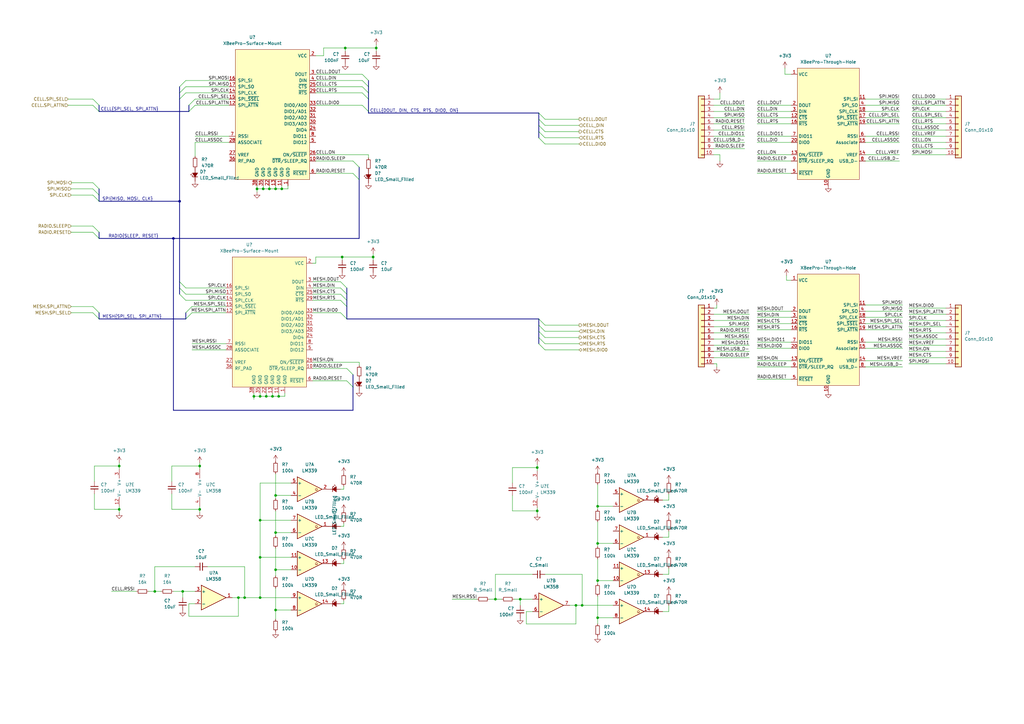
<source format=kicad_sch>
(kicad_sch (version 20211123) (generator eeschema)
  (paper "A3")
  (junction (at 106.68 213.36))
  (junction (at 71.12 97.79))
  (junction (at 140.335 105.41))
  (junction (at 113.03 203.2))
  (junction (at 109.22 162.56))
  (junction (at 97.79 245.11))
  (junction (at 113.03 77.47))
  (junction (at 48.895 191.135))
  (junction (at 63.5 242.57))
  (junction (at 220.345 191.77))
  (junction (at 245.11 222.885))
  (junction (at 245.11 207.645))
  (junction (at 106.68 228.6))
  (junction (at 106.68 162.56))
  (junction (at 73.66 82.55))
  (junction (at 107.95 77.47))
  (junction (at 105.41 77.47))
  (junction (at 213.36 245.745))
  (junction (at 154.305 19.685))
  (junction (at 113.03 250.19))
  (junction (at 236.22 248.285))
  (junction (at 111.76 162.56))
  (junction (at 81.915 208.915))
  (junction (at 203.2 245.745))
  (junction (at 113.03 218.44))
  (junction (at 81.915 191.135))
  (junction (at 245.11 253.365))
  (junction (at 104.14 162.56))
  (junction (at 106.68 245.11))
  (junction (at 245.11 238.125))
  (junction (at 113.03 233.68))
  (junction (at 48.895 208.915))
  (junction (at 153.035 105.41))
  (junction (at 100.33 245.11))
  (junction (at 115.57 77.47))
  (junction (at 114.3 162.56))
  (junction (at 110.49 77.47))
  (junction (at 220.345 209.55))
  (junction (at 141.605 19.685))
  (junction (at 238.76 248.285))
  (junction (at 74.93 242.57))
  (bus_entry (at 144.78 66.04) (size 2.54 2.54))
  (bus_entry (at 144.78 71.12) (size 2.54 2.54))
  (bus_entry (at 77.47 43.18) (size 2.54 -2.54))
  (bus_entry (at 73.66 40.64) (size 2.54 -2.54))
  (bus_entry (at 73.66 38.1) (size 2.54 -2.54))
  (bus_entry (at 38.1 43.18) (size 2.54 2.54))
  (bus_entry (at 38.1 40.64) (size 2.54 2.54))
  (bus_entry (at 139.7 123.19) (size 2.54 2.54))
  (bus_entry (at 73.66 118.11) (size 2.54 2.54))
  (bus_entry (at 38.1 92.71) (size 2.54 2.54))
  (bus_entry (at 38.1 95.25) (size 2.54 2.54))
  (bus_entry (at 148.59 35.56) (size 2.54 2.54))
  (bus_entry (at 148.59 38.1) (size 2.54 2.54))
  (bus_entry (at 148.59 30.48) (size 2.54 2.54))
  (bus_entry (at 73.66 115.57) (size 2.54 2.54))
  (bus_entry (at 77.47 45.72) (size 2.54 -2.54))
  (bus_entry (at 73.66 35.56) (size 2.54 -2.54))
  (bus_entry (at 139.7 118.11) (size 2.54 2.54))
  (bus_entry (at 76.2 130.81) (size 2.54 -2.54))
  (bus_entry (at 148.59 43.18) (size 2.54 2.54))
  (bus_entry (at 139.7 120.65) (size 2.54 2.54))
  (bus_entry (at 139.7 115.57) (size 2.54 2.54))
  (bus_entry (at 38.1 125.73) (size 2.54 2.54))
  (bus_entry (at 38.1 128.27) (size 2.54 2.54))
  (bus_entry (at 139.7 128.27) (size 2.54 2.54))
  (bus_entry (at 220.98 140.97) (size 2.54 2.54))
  (bus_entry (at 220.98 138.43) (size 2.54 2.54))
  (bus_entry (at 220.98 135.89) (size 2.54 2.54))
  (bus_entry (at 220.98 133.35) (size 2.54 2.54))
  (bus_entry (at 220.98 130.81) (size 2.54 2.54))
  (bus_entry (at 73.66 120.65) (size 2.54 2.54))
  (bus_entry (at 38.1 74.93) (size 2.54 2.54))
  (bus_entry (at 38.1 77.47) (size 2.54 2.54))
  (bus_entry (at 38.1 80.01) (size 2.54 2.54))
  (bus_entry (at 142.24 156.21) (size 2.54 2.54))
  (bus_entry (at 148.59 33.02) (size 2.54 2.54))
  (bus_entry (at 76.2 128.27) (size 2.54 -2.54))
  (bus_entry (at 220.98 56.515) (size 2.54 2.54))
  (bus_entry (at 220.98 53.975) (size 2.54 2.54))
  (bus_entry (at 220.98 51.435) (size 2.54 2.54))
  (bus_entry (at 220.98 48.895) (size 2.54 2.54))
  (bus_entry (at 220.98 46.355) (size 2.54 2.54))
  (bus_entry (at 142.24 151.13) (size 2.54 2.54))
  (wire (pts (xy 29.21 95.25) (xy 38.1 95.25)))
  (wire (pts (xy 218.44 250.825) (xy 215.9 250.825)))
  (wire (pts (xy 274.32 202.565) (xy 274.32 205.105)))
  (wire (pts (xy 71.12 242.57) (xy 74.93 242.57)))
  (wire (pts (xy 305.435 50.8) (xy 292.735 50.8)))
  (wire (pts (xy 100.33 245.11) (xy 97.79 245.11)))
  (wire (pts (xy 324.485 58.42) (xy 310.515 58.42)))
  (wire (pts (xy 245.11 198.755) (xy 245.11 207.645)))
  (wire (pts (xy 372.745 141.605) (xy 387.985 141.605)))
  (wire (pts (xy 29.21 77.47) (xy 38.1 77.47)))
  (wire (pts (xy 129.54 35.56) (xy 148.59 35.56)))
  (wire (pts (xy 113.03 233.68) (xy 119.38 233.68)))
  (bus (pts (xy 142.24 123.19) (xy 142.24 125.73)))
  (wire (pts (xy 60.96 242.57) (xy 63.5 242.57)))
  (wire (pts (xy 110.49 76.2) (xy 110.49 77.47)))
  (wire (pts (xy 113.03 77.47) (xy 110.49 77.47)))
  (wire (pts (xy 97.79 252.73) (xy 97.79 245.11)))
  (wire (pts (xy 140.97 215.9) (xy 139.7 215.9)))
  (wire (pts (xy 324.485 48.26) (xy 310.515 48.26)))
  (wire (pts (xy 148.59 43.18) (xy 129.54 43.18)))
  (wire (pts (xy 85.09 232.41) (xy 100.33 232.41)))
  (wire (pts (xy 354.965 132.715) (xy 370.205 132.715)))
  (wire (pts (xy 78.74 128.27) (xy 92.71 128.27)))
  (wire (pts (xy 106.68 228.6) (xy 106.68 245.11)))
  (wire (pts (xy 48.895 207.645) (xy 48.895 208.915)))
  (wire (pts (xy 292.735 141.605) (xy 307.34 141.605)))
  (wire (pts (xy 310.515 155.575) (xy 324.485 155.575)))
  (wire (pts (xy 274.32 250.825) (xy 271.78 250.825)))
  (wire (pts (xy 140.97 247.65) (xy 139.7 247.65)))
  (wire (pts (xy 213.36 245.745) (xy 218.44 245.745)))
  (wire (pts (xy 129.54 63.5) (xy 151.13 63.5)))
  (wire (pts (xy 223.52 235.585) (xy 238.76 235.585)))
  (wire (pts (xy 215.9 255.905) (xy 236.22 255.905)))
  (bus (pts (xy 151.13 45.72) (xy 151.13 46.355)))
  (wire (pts (xy 294.005 125.095) (xy 294.005 126.365)))
  (wire (pts (xy 310.515 130.175) (xy 324.485 130.175)))
  (wire (pts (xy 245.11 229.235) (xy 245.11 238.125)))
  (wire (pts (xy 324.485 43.18) (xy 310.515 43.18)))
  (wire (pts (xy 295.275 40.64) (xy 295.275 38.1)))
  (wire (pts (xy 63.5 242.57) (xy 63.5 232.41)))
  (bus (pts (xy 73.66 82.55) (xy 73.66 115.57)))
  (bus (pts (xy 142.24 118.11) (xy 142.24 120.65)))
  (wire (pts (xy 223.52 53.975) (xy 237.49 53.975)))
  (wire (pts (xy 48.895 189.865) (xy 48.895 191.135)))
  (wire (pts (xy 48.895 191.135) (xy 38.735 191.135)))
  (bus (pts (xy 144.78 158.75) (xy 144.78 168.275)))
  (bus (pts (xy 73.66 40.64) (xy 73.66 82.55)))
  (bus (pts (xy 40.64 43.18) (xy 40.64 45.72)))
  (bus (pts (xy 40.64 82.55) (xy 73.66 82.55)))
  (wire (pts (xy 153.035 104.14) (xy 153.035 105.41)))
  (wire (pts (xy 140.97 200.66) (xy 139.7 200.66)))
  (wire (pts (xy 147.32 148.59) (xy 147.32 149.86)))
  (wire (pts (xy 321.945 27.94) (xy 321.945 30.48)))
  (wire (pts (xy 106.68 161.29) (xy 106.68 162.56)))
  (wire (pts (xy 105.41 77.47) (xy 105.41 78.74)))
  (bus (pts (xy 142.24 130.81) (xy 220.98 130.81)))
  (wire (pts (xy 368.935 63.5) (xy 354.965 63.5)))
  (wire (pts (xy 80.01 58.42) (xy 80.01 64.135)))
  (wire (pts (xy 104.14 162.56) (xy 104.14 163.83)))
  (wire (pts (xy 324.485 71.12) (xy 310.515 71.12)))
  (wire (pts (xy 70.485 191.135) (xy 70.485 197.485)))
  (bus (pts (xy 40.64 95.25) (xy 40.64 97.79)))
  (wire (pts (xy 129.54 22.86) (xy 132.715 22.86)))
  (wire (pts (xy 354.965 125.095) (xy 370.205 125.095)))
  (wire (pts (xy 100.33 245.11) (xy 106.68 245.11)))
  (wire (pts (xy 118.11 77.47) (xy 115.57 77.47)))
  (wire (pts (xy 151.13 63.5) (xy 151.13 64.77)))
  (wire (pts (xy 220.345 209.55) (xy 220.345 210.82)))
  (wire (pts (xy 372.745 136.525) (xy 387.985 136.525)))
  (wire (pts (xy 354.965 127.635) (xy 370.205 127.635)))
  (wire (pts (xy 372.745 146.685) (xy 387.985 146.685)))
  (wire (pts (xy 81.915 191.135) (xy 81.915 192.405)))
  (wire (pts (xy 354.965 147.955) (xy 370.205 147.955)))
  (wire (pts (xy 81.915 207.645) (xy 81.915 208.915)))
  (bus (pts (xy 151.13 35.56) (xy 151.13 38.1)))
  (wire (pts (xy 29.21 74.93) (xy 38.1 74.93)))
  (wire (pts (xy 107.95 77.47) (xy 105.41 77.47)))
  (wire (pts (xy 128.27 118.11) (xy 139.7 118.11)))
  (wire (pts (xy 305.435 45.72) (xy 292.735 45.72)))
  (wire (pts (xy 322.58 114.935) (xy 322.58 113.03)))
  (wire (pts (xy 109.22 161.29) (xy 109.22 162.56)))
  (wire (pts (xy 119.38 218.44) (xy 113.03 218.44)))
  (bus (pts (xy 40.64 128.27) (xy 40.64 130.81)))
  (wire (pts (xy 105.41 77.47) (xy 105.41 76.2)))
  (wire (pts (xy 310.515 135.255) (xy 324.485 135.255)))
  (wire (pts (xy 63.5 242.57) (xy 66.04 242.57)))
  (wire (pts (xy 324.485 55.88) (xy 310.515 55.88)))
  (wire (pts (xy 80.01 43.18) (xy 93.98 43.18)))
  (wire (pts (xy 372.745 133.985) (xy 387.985 133.985)))
  (wire (pts (xy 305.435 53.34) (xy 292.735 53.34)))
  (bus (pts (xy 220.98 138.43) (xy 220.98 140.97)))
  (wire (pts (xy 132.715 19.685) (xy 132.715 22.86)))
  (wire (pts (xy 354.965 140.335) (xy 370.205 140.335)))
  (wire (pts (xy 374.015 55.88) (xy 387.985 55.88)))
  (wire (pts (xy 236.22 255.905) (xy 236.22 248.285)))
  (wire (pts (xy 97.79 245.11) (xy 95.25 245.11)))
  (wire (pts (xy 368.935 50.8) (xy 354.965 50.8)))
  (wire (pts (xy 128.27 115.57) (xy 139.7 115.57)))
  (wire (pts (xy 100.33 232.41) (xy 100.33 245.11)))
  (wire (pts (xy 113.03 194.31) (xy 113.03 203.2)))
  (wire (pts (xy 295.275 63.5) (xy 295.275 66.04)))
  (wire (pts (xy 223.52 133.35) (xy 237.49 133.35)))
  (bus (pts (xy 73.66 38.1) (xy 73.66 40.64)))
  (wire (pts (xy 119.38 228.6) (xy 106.68 228.6)))
  (wire (pts (xy 200.66 245.745) (xy 203.2 245.745)))
  (wire (pts (xy 76.2 123.19) (xy 92.71 123.19)))
  (bus (pts (xy 76.2 128.27) (xy 76.2 130.81)))
  (wire (pts (xy 292.735 40.64) (xy 295.275 40.64)))
  (wire (pts (xy 274.32 235.585) (xy 271.78 235.585)))
  (wire (pts (xy 292.735 133.985) (xy 307.34 133.985)))
  (wire (pts (xy 236.22 248.285) (xy 238.76 248.285)))
  (wire (pts (xy 129.54 107.95) (xy 128.27 107.95)))
  (wire (pts (xy 372.745 144.145) (xy 387.985 144.145)))
  (wire (pts (xy 129.54 30.48) (xy 148.59 30.48)))
  (wire (pts (xy 354.965 142.875) (xy 370.205 142.875)))
  (wire (pts (xy 118.11 76.2) (xy 118.11 77.47)))
  (bus (pts (xy 142.24 120.65) (xy 142.24 123.19)))
  (wire (pts (xy 292.735 139.065) (xy 307.34 139.065)))
  (wire (pts (xy 27.94 43.18) (xy 38.1 43.18)))
  (wire (pts (xy 129.54 66.04) (xy 144.78 66.04)))
  (wire (pts (xy 368.935 45.72) (xy 354.965 45.72)))
  (wire (pts (xy 324.485 45.72) (xy 310.515 45.72)))
  (wire (pts (xy 78.74 143.51) (xy 92.71 143.51)))
  (wire (pts (xy 372.745 149.225) (xy 387.985 149.225)))
  (wire (pts (xy 368.935 40.64) (xy 354.965 40.64)))
  (wire (pts (xy 78.74 125.73) (xy 92.71 125.73)))
  (wire (pts (xy 38.735 208.915) (xy 38.735 202.565)))
  (wire (pts (xy 70.485 208.915) (xy 70.485 202.565)))
  (wire (pts (xy 113.03 224.79) (xy 113.03 233.68)))
  (wire (pts (xy 116.84 161.29) (xy 116.84 162.56)))
  (wire (pts (xy 274.32 233.045) (xy 274.32 235.585)))
  (wire (pts (xy 203.2 245.745) (xy 205.74 245.745)))
  (wire (pts (xy 368.935 48.26) (xy 354.965 48.26)))
  (wire (pts (xy 77.47 247.65) (xy 77.47 252.73)))
  (wire (pts (xy 113.03 241.3) (xy 113.03 250.19)))
  (wire (pts (xy 223.52 56.515) (xy 237.49 56.515)))
  (wire (pts (xy 274.32 220.345) (xy 271.78 220.345)))
  (bus (pts (xy 142.24 125.73) (xy 142.24 130.81)))
  (wire (pts (xy 106.68 162.56) (xy 104.14 162.56)))
  (wire (pts (xy 81.915 208.915) (xy 70.485 208.915)))
  (wire (pts (xy 107.95 76.2) (xy 107.95 77.47)))
  (wire (pts (xy 324.485 63.5) (xy 310.515 63.5)))
  (bus (pts (xy 220.98 48.895) (xy 220.98 46.355)))
  (wire (pts (xy 119.38 213.36) (xy 106.68 213.36)))
  (wire (pts (xy 128.27 128.27) (xy 139.7 128.27)))
  (bus (pts (xy 73.66 115.57) (xy 73.66 118.11)))
  (wire (pts (xy 80.01 247.65) (xy 77.47 247.65)))
  (wire (pts (xy 48.895 191.135) (xy 48.895 192.405)))
  (wire (pts (xy 45.72 242.57) (xy 55.88 242.57)))
  (wire (pts (xy 294.005 149.225) (xy 292.735 149.225)))
  (wire (pts (xy 220.345 208.28) (xy 220.345 209.55)))
  (wire (pts (xy 140.335 105.41) (xy 140.335 106.68)))
  (wire (pts (xy 76.2 38.1) (xy 93.98 38.1)))
  (wire (pts (xy 294.005 126.365) (xy 292.735 126.365)))
  (wire (pts (xy 38.735 191.135) (xy 38.735 197.485)))
  (wire (pts (xy 29.21 125.73) (xy 38.1 125.73)))
  (wire (pts (xy 372.745 126.365) (xy 387.985 126.365)))
  (wire (pts (xy 238.76 235.585) (xy 238.76 248.285)))
  (wire (pts (xy 354.965 135.255) (xy 370.205 135.255)))
  (wire (pts (xy 374.015 53.34) (xy 387.985 53.34)))
  (wire (pts (xy 76.2 120.65) (xy 92.71 120.65)))
  (wire (pts (xy 113.03 233.68) (xy 113.03 236.22)))
  (bus (pts (xy 151.13 40.64) (xy 151.13 45.72)))
  (wire (pts (xy 140.97 229.87) (xy 140.97 231.14)))
  (wire (pts (xy 76.2 118.11) (xy 92.71 118.11)))
  (wire (pts (xy 74.93 242.57) (xy 80.01 242.57)))
  (wire (pts (xy 77.47 252.73) (xy 97.79 252.73)))
  (wire (pts (xy 245.11 207.645) (xy 245.11 208.915)))
  (wire (pts (xy 210.185 198.12) (xy 210.185 191.77)))
  (wire (pts (xy 210.185 209.55) (xy 210.185 203.2)))
  (wire (pts (xy 374.015 58.42) (xy 387.985 58.42)))
  (wire (pts (xy 116.84 162.56) (xy 114.3 162.56)))
  (wire (pts (xy 305.435 48.26) (xy 292.735 48.26)))
  (bus (pts (xy 71.12 97.79) (xy 71.12 168.275)))
  (wire (pts (xy 129.54 33.02) (xy 148.59 33.02)))
  (wire (pts (xy 245.11 253.365) (xy 251.46 253.365)))
  (wire (pts (xy 113.03 250.19) (xy 119.38 250.19)))
  (bus (pts (xy 220.98 133.35) (xy 220.98 135.89)))
  (wire (pts (xy 324.485 114.935) (xy 322.58 114.935)))
  (wire (pts (xy 223.52 140.97) (xy 237.49 140.97)))
  (wire (pts (xy 140.97 214.63) (xy 140.97 215.9)))
  (bus (pts (xy 220.98 53.975) (xy 220.98 51.435)))
  (wire (pts (xy 141.605 19.685) (xy 154.305 19.685)))
  (wire (pts (xy 305.435 60.96) (xy 292.735 60.96)))
  (wire (pts (xy 128.27 123.19) (xy 139.7 123.19)))
  (wire (pts (xy 113.03 76.2) (xy 113.03 77.47)))
  (wire (pts (xy 106.68 245.11) (xy 119.38 245.11)))
  (wire (pts (xy 114.3 162.56) (xy 111.76 162.56)))
  (wire (pts (xy 324.485 66.04) (xy 310.515 66.04)))
  (wire (pts (xy 223.52 143.51) (xy 237.49 143.51)))
  (wire (pts (xy 210.82 245.745) (xy 213.36 245.745)))
  (wire (pts (xy 27.94 40.64) (xy 38.1 40.64)))
  (wire (pts (xy 292.735 146.685) (xy 307.34 146.685)))
  (wire (pts (xy 113.03 250.19) (xy 113.03 254)))
  (wire (pts (xy 368.935 43.18) (xy 354.965 43.18)))
  (wire (pts (xy 109.22 162.56) (xy 106.68 162.56)))
  (bus (pts (xy 220.98 130.81) (xy 220.98 133.35)))
  (wire (pts (xy 185.42 245.745) (xy 195.58 245.745)))
  (wire (pts (xy 80.01 40.64) (xy 93.98 40.64)))
  (wire (pts (xy 368.935 55.88) (xy 354.965 55.88)))
  (wire (pts (xy 129.54 105.41) (xy 140.335 105.41)))
  (wire (pts (xy 113.03 203.2) (xy 119.38 203.2)))
  (wire (pts (xy 236.22 248.285) (xy 233.68 248.285)))
  (wire (pts (xy 48.895 208.915) (xy 48.895 210.185)))
  (wire (pts (xy 154.305 18.415) (xy 154.305 19.685)))
  (wire (pts (xy 374.015 50.8) (xy 387.985 50.8)))
  (wire (pts (xy 140.97 199.39) (xy 140.97 200.66)))
  (wire (pts (xy 115.57 76.2) (xy 115.57 77.47)))
  (wire (pts (xy 154.305 19.685) (xy 154.305 20.955)))
  (bus (pts (xy 40.64 45.72) (xy 77.47 45.72)))
  (wire (pts (xy 223.52 48.895) (xy 237.49 48.895)))
  (wire (pts (xy 220.345 209.55) (xy 210.185 209.55)))
  (bus (pts (xy 71.12 168.275) (xy 144.78 168.275)))
  (wire (pts (xy 80.01 55.88) (xy 93.98 55.88)))
  (wire (pts (xy 63.5 232.41) (xy 80.01 232.41)))
  (wire (pts (xy 274.32 248.285) (xy 274.32 250.825)))
  (wire (pts (xy 368.935 66.04) (xy 354.965 66.04)))
  (wire (pts (xy 305.435 43.18) (xy 292.735 43.18)))
  (wire (pts (xy 310.515 147.955) (xy 324.485 147.955)))
  (wire (pts (xy 245.11 222.885) (xy 251.46 222.885)))
  (wire (pts (xy 106.68 213.36) (xy 106.68 228.6)))
  (bus (pts (xy 40.64 97.79) (xy 71.12 97.79)))
  (wire (pts (xy 274.32 217.805) (xy 274.32 220.345)))
  (wire (pts (xy 245.11 207.645) (xy 251.46 207.645)))
  (bus (pts (xy 77.47 43.18) (xy 77.47 45.72)))
  (bus (pts (xy 220.98 56.515) (xy 220.98 53.975)))
  (wire (pts (xy 372.745 139.065) (xy 387.985 139.065)))
  (wire (pts (xy 374.015 63.5) (xy 387.985 63.5)))
  (wire (pts (xy 324.485 30.48) (xy 321.945 30.48)))
  (wire (pts (xy 245.11 244.475) (xy 245.11 253.365)))
  (bus (pts (xy 73.66 118.11) (xy 73.66 120.65)))
  (bus (pts (xy 40.64 80.01) (xy 40.64 82.55)))
  (wire (pts (xy 372.745 128.905) (xy 387.985 128.905)))
  (wire (pts (xy 115.57 77.47) (xy 113.03 77.47)))
  (wire (pts (xy 374.015 60.96) (xy 387.985 60.96)))
  (wire (pts (xy 245.11 253.365) (xy 245.11 255.905)))
  (wire (pts (xy 310.515 140.335) (xy 324.485 140.335)))
  (wire (pts (xy 210.185 191.77) (xy 220.345 191.77)))
  (wire (pts (xy 374.015 45.72) (xy 387.985 45.72)))
  (bus (pts (xy 151.13 33.02) (xy 151.13 35.56)))
  (wire (pts (xy 274.32 205.105) (xy 271.78 205.105)))
  (wire (pts (xy 104.14 162.56) (xy 104.14 161.29)))
  (wire (pts (xy 128.27 148.59) (xy 147.32 148.59)))
  (wire (pts (xy 220.345 191.77) (xy 220.345 190.5)))
  (wire (pts (xy 292.735 131.445) (xy 307.34 131.445)))
  (wire (pts (xy 81.915 189.865) (xy 81.915 191.135)))
  (bus (pts (xy 220.98 51.435) (xy 220.98 48.895)))
  (wire (pts (xy 245.11 238.125) (xy 251.46 238.125)))
  (bus (pts (xy 40.64 77.47) (xy 40.64 80.01)))
  (wire (pts (xy 129.54 105.41) (xy 129.54 107.95)))
  (wire (pts (xy 218.44 235.585) (xy 203.2 235.585)))
  (wire (pts (xy 310.515 132.715) (xy 324.485 132.715)))
  (wire (pts (xy 153.035 105.41) (xy 153.035 106.68)))
  (bus (pts (xy 147.32 68.58) (xy 147.32 73.66)))
  (wire (pts (xy 203.2 235.585) (xy 203.2 245.745)))
  (wire (pts (xy 368.935 58.42) (xy 354.965 58.42)))
  (wire (pts (xy 305.435 58.42) (xy 292.735 58.42)))
  (wire (pts (xy 292.735 144.145) (xy 307.34 144.145)))
  (wire (pts (xy 113.03 218.44) (xy 113.03 219.71)))
  (wire (pts (xy 294.005 150.495) (xy 294.005 149.225)))
  (wire (pts (xy 111.76 162.56) (xy 109.22 162.56)))
  (wire (pts (xy 223.52 59.055) (xy 237.49 59.055)))
  (wire (pts (xy 223.52 135.89) (xy 237.49 135.89)))
  (wire (pts (xy 354.965 130.175) (xy 370.205 130.175)))
  (wire (pts (xy 140.97 231.14) (xy 139.7 231.14)))
  (wire (pts (xy 110.49 77.47) (xy 107.95 77.47)))
  (wire (pts (xy 76.2 33.02) (xy 93.98 33.02)))
  (wire (pts (xy 140.97 246.38) (xy 140.97 247.65)))
  (wire (pts (xy 113.03 203.2) (xy 113.03 204.47)))
  (wire (pts (xy 238.76 248.285) (xy 251.46 248.285)))
  (wire (pts (xy 372.745 131.445) (xy 387.985 131.445)))
  (bus (pts (xy 144.78 153.67) (xy 144.78 158.75)))
  (wire (pts (xy 29.21 92.71) (xy 38.1 92.71)))
  (wire (pts (xy 129.54 71.12) (xy 144.78 71.12)))
  (wire (pts (xy 81.915 208.915) (xy 81.915 210.185)))
  (wire (pts (xy 374.015 43.18) (xy 387.985 43.18)))
  (wire (pts (xy 78.74 140.97) (xy 92.71 140.97)))
  (wire (pts (xy 141.605 19.685) (xy 132.715 19.685)))
  (wire (pts (xy 245.11 213.995) (xy 245.11 222.885)))
  (wire (pts (xy 128.27 156.21) (xy 142.24 156.21)))
  (wire (pts (xy 292.735 136.525) (xy 307.34 136.525)))
  (wire (pts (xy 128.27 120.65) (xy 139.7 120.65)))
  (wire (pts (xy 114.3 161.29) (xy 114.3 162.56)))
  (bus (pts (xy 151.13 46.355) (xy 220.98 46.355)))
  (wire (pts (xy 129.54 38.1) (xy 148.59 38.1)))
  (wire (pts (xy 106.68 198.12) (xy 106.68 213.36)))
  (wire (pts (xy 245.11 238.125) (xy 245.11 239.395)))
  (wire (pts (xy 128.27 151.13) (xy 142.24 151.13)))
  (wire (pts (xy 80.01 58.42) (xy 93.98 58.42)))
  (wire (pts (xy 305.435 55.88) (xy 292.735 55.88)))
  (wire (pts (xy 48.895 208.915) (xy 38.735 208.915)))
  (bus (pts (xy 76.2 130.81) (xy 40.64 130.81)))
  (wire (pts (xy 113.03 209.55) (xy 113.03 218.44)))
  (wire (pts (xy 141.605 19.685) (xy 141.605 20.955)))
  (wire (pts (xy 220.345 191.77) (xy 220.345 193.04)))
  (wire (pts (xy 153.035 105.41) (xy 140.335 105.41)))
  (wire (pts (xy 223.52 138.43) (xy 237.49 138.43)))
  (wire (pts (xy 324.485 50.8) (xy 310.515 50.8)))
  (bus (pts (xy 151.13 38.1) (xy 151.13 40.64)))
  (wire (pts (xy 292.735 128.905) (xy 307.34 128.905)))
  (wire (pts (xy 354.965 150.495) (xy 370.205 150.495)))
  (wire (pts (xy 310.515 142.875) (xy 324.485 142.875)))
  (bus (pts (xy 71.12 97.79) (xy 147.32 97.79)))
  (wire (pts (xy 292.735 63.5) (xy 295.275 63.5)))
  (wire (pts (xy 310.515 127.635) (xy 324.485 127.635)))
  (wire (pts (xy 29.21 128.27) (xy 38.1 128.27)))
  (wire (pts (xy 74.93 242.57) (xy 74.93 245.11)))
  (wire (pts (xy 76.2 35.56) (xy 93.98 35.56)))
  (bus (pts (xy 73.66 35.56) (xy 73.66 38.1)))
  (bus (pts (xy 147.32 73.66) (xy 147.32 97.79)))
  (bus (pts (xy 220.98 135.89) (xy 220.98 138.43)))
  (wire (pts (xy 245.11 222.885) (xy 245.11 224.155)))
  (wire (pts (xy 310.515 150.495) (xy 324.485 150.495)))
  (wire (pts (xy 213.36 245.745) (xy 213.36 248.285)))
  (wire (pts (xy 223.52 51.435) (xy 237.49 51.435)))
  (wire (pts (xy 81.915 191.135) (xy 70.485 191.135)))
  (wire (pts (xy 111.76 161.29) (xy 111.76 162.56)))
  (wire (pts (xy 119.38 198.12) (xy 106.68 198.12)))
  (wire (pts (xy 215.9 250.825) (xy 215.9 255.905)))
  (wire (pts (xy 374.015 40.64) (xy 387.985 40.64)))
  (wire (pts (xy 374.015 48.26) (xy 387.985 48.26)))
  (wire (pts (xy 29.21 80.01) (xy 38.1 80.01)))
  (label "MESH.RTS" (at 372.745 136.525 0))
  (label "SPI.MISO" (at 370.205 127.635 180))
  (label "MESH.VREF" (at 370.205 147.955 180))
  (label "SPI.MOSI" (at 370.205 125.095 180))
  (label "MESH.DIO0" (at 310.515 142.875 0))
  (label "MESH.CTS" (at 128.27 120.65 0))
  (label "CELL.SPI_ATTN" (at 93.98 43.18 180))
  (label "SPI.MISO" (at 92.71 120.65 180))
  (label "MESH.ON" (at 310.515 147.955 0))
  (label "SPI.MOSI" (at 372.745 149.225 0))
  (label "CELL.SPI_ATTN" (at 374.015 43.18 0))
  (label "MESH.RSSI" (at 185.42 245.745 0))
  (label "CELL.DOUT" (at 305.435 43.18 180))
  (label "RADIO.RESET" (at 305.435 50.8 180))
  (label "RADIO.SLEEP" (at 128.27 151.13 0))
  (label "RADIO.RESET" (at 310.515 155.575 0))
  (label "RADIO.RESET" (at 128.27 156.21 0))
  (label "SPI.MISO" (at 307.34 133.985 180))
  (label "CELL.DIO0" (at 129.54 43.18 0))
  (label "MESH.SPI_SEL" (at 370.205 132.715 180))
  (label "SPI.MISO" (at 368.935 43.18 180))
  (label "CELL.ON" (at 374.015 58.42 0))
  (label "MESH.USB_D-" (at 370.205 150.495 180))
  (label "CELL.USB_D-" (at 368.935 66.04 180))
  (label "SPI.CLK" (at 370.205 130.175 180))
  (label "CELL.CTS" (at 374.015 60.96 0))
  (label "MESH.DIN" (at 307.34 131.445 180))
  (label "MESH.RTS" (at 128.27 123.19 0))
  (label "CELL.ASSOC" (at 374.015 53.34 0))
  (label "RADIO.SLEEP" (at 310.515 150.495 0))
  (label "CELL.VREF" (at 368.935 63.5 180))
  (label "MESH.DIN" (at 128.27 118.11 0))
  (label "MESH.RSSI" (at 307.34 139.065 180))
  (label "MESH.RSSI" (at 370.205 140.335 180))
  (label "MESH.USB_D-" (at 307.34 144.145 180))
  (label "CELL{DOUT, DIN, CTS, RTS, DIO0, ON}" (at 151.765 46.355 0))
  (label "SPI.CLK" (at 374.015 45.72 0))
  (label "MESH.DIO11" (at 307.34 141.605 180))
  (label "MESH.DIO0" (at 128.27 128.27 0))
  (label "MESH.DIO11" (at 310.515 140.335 0))
  (label "SPI.MISO" (at 93.98 35.56 180))
  (label "CELL.USB_D-" (at 305.435 58.42 180))
  (label "CELL.SPI_SEL" (at 374.015 48.26 0))
  (label "MESH.ASSOC" (at 370.205 142.875 180))
  (label "CELL.DIO0" (at 374.015 40.64 0))
  (label "MESH.SPI_SEL" (at 92.71 125.73 180))
  (label "CELL.RSSI" (at 45.72 242.57 0))
  (label "CELL.RTS" (at 310.515 50.8 0))
  (label "SPI.CLK" (at 93.98 38.1 180))
  (label "MESH.CTS" (at 310.515 132.715 0))
  (label "RADIO.RESET" (at 307.34 136.525 180))
  (label "MESH.SPI_ATTN" (at 372.745 128.905 0))
  (label "CELL.ASSOC" (at 80.01 58.42 0))
  (label "CELL.RTS" (at 374.015 50.8 0))
  (label "CELL.ON" (at 310.515 63.5 0))
  (label "RADIO.SLEEP" (at 305.435 60.96 180))
  (label "MESH{SPI_SEL, SPI_ATTN}" (at 41.91 130.81 0))
  (label "CELL.CTS" (at 129.54 35.56 0))
  (label "CELL.DIN" (at 129.54 33.02 0))
  (label "MESH.RTS" (at 310.515 135.255 0))
  (label "MESH.DIN" (at 310.515 130.175 0))
  (label "CELL{SPI_SEL, SPI_ATTN}" (at 41.275 45.72 0))
  (label "CELL.DIN" (at 310.515 45.72 0))
  (label "MESH.ASSOC" (at 78.74 143.51 0))
  (label "CELL.SPI_SEL" (at 93.98 40.64 180))
  (label "CELL.VREF" (at 374.015 55.88 0))
  (label "MESH.DIO0" (at 372.745 126.365 0))
  (label "SPI.CLK" (at 372.745 131.445 0))
  (label "MESH.ASSOC" (at 372.745 139.065 0))
  (label "SPI.CLK" (at 92.71 118.11 180))
  (label "RADIO.SLEEP" (at 307.34 146.685 180))
  (label "SPI.CLK" (at 368.935 45.72 180))
  (label "MESH.DOUT" (at 310.515 127.635 0))
  (label "MESH.ON" (at 128.27 148.59 0))
  (label "CELL.DIO11" (at 305.435 55.88 180))
  (label "RADIO.RESET" (at 310.515 71.12 0))
  (label "CELL.ASSOC" (at 368.935 58.42 180))
  (label "CELL.RSSI" (at 305.435 53.34 180))
  (label "MESH.RSSI" (at 78.74 140.97 0))
  (label "CELL.RTS" (at 129.54 38.1 0))
  (label "MESH.SPI_ATTN" (at 92.71 128.27 180))
  (label "CELL.RSSI" (at 80.01 55.88 0))
  (label "MESH.SPI_SEL" (at 372.745 133.985 0))
  (label "MESH.ON" (at 372.745 144.145 0))
  (label "SPI.MOSI" (at 368.935 40.64 180))
  (label "SPI.MOSI" (at 93.98 33.02 180))
  (label "MESH.CTS" (at 372.745 146.685 0))
  (label "CELL.ON" (at 129.54 63.5 0))
  (label "RADIO.SLEEP" (at 129.54 66.04 0))
  (label "RADIO.SLEEP" (at 310.515 66.04 0))
  (label "SPI{MISO, MOSI, CLK}" (at 41.91 82.55 0))
  (label "CELL.DOUT" (at 129.54 30.48 0))
  (label "MESH.VREF" (at 372.745 141.605 0))
  (label "SPI.CLK" (at 92.71 123.19 180))
  (label "CELL.SPI_SEL" (at 368.935 48.26 180))
  (label "CELL.DIN" (at 305.435 45.72 180))
  (label "CELL.DOUT" (at 310.515 43.18 0))
  (label "SPI.MOSI" (at 374.015 63.5 0))
  (label "CELL.SPI_ATTN" (at 368.935 50.8 180))
  (label "CELL.RSSI" (at 368.935 55.88 180))
  (label "CELL.CTS" (at 310.515 48.26 0))
  (label "SPI.MISO" (at 305.435 48.26 180))
  (label "RADIO{SLEEP, RESET}" (at 44.45 97.79 0))
  (label "RADIO.RESET" (at 129.54 71.12 0))
  (label "MESH.DOUT" (at 307.34 128.905 180))
  (label "CELL.DIO" (at 310.515 58.42 0))
  (label "MESH.SPI_ATTN" (at 370.205 135.255 180))
  (label "CELL.DIO11" (at 310.515 55.88 0))
  (label "MESH.DOUT" (at 128.27 115.57 0))
  (hierarchical_label "MESH.DIO0" (shape bidirectional) (at 237.49 143.51 0))
  (hierarchical_label "CELL.DIO0" (shape bidirectional) (at 237.49 59.055 0))
  (hierarchical_label "CELL.RTS" (shape input) (at 237.49 56.515 0))
  (hierarchical_label "RADIO.RESET" (shape input) (at 29.21 95.25 180))
  (hierarchical_label "MESH.DOUT" (shape output) (at 237.49 133.35 0))
  (hierarchical_label "CELL.SPI_SEL" (shape input) (at 27.94 40.64 180))
  (hierarchical_label "MESH.SPI_ATTN" (shape input) (at 29.21 125.73 180))
  (hierarchical_label "CELL.DOUT" (shape output) (at 237.49 48.895 0))
  (hierarchical_label "RADIO.SLEEP" (shape input) (at 29.21 92.71 180))
  (hierarchical_label "MESH.DIN" (shape input) (at 237.49 135.89 0))
  (hierarchical_label "SPI.MISO" (shape input) (at 29.21 77.47 180))
  (hierarchical_label "SPI.CLK" (shape input) (at 29.21 80.01 180))
  (hierarchical_label "MESH.SPI_SEL" (shape input) (at 29.21 128.27 180))
  (hierarchical_label "SPI.MOSI" (shape output) (at 29.21 74.93 180))
  (hierarchical_label "MESH.CTS" (shape output) (at 237.49 138.43 0))
  (hierarchical_label "CELL.SPI_ATTN" (shape input) (at 27.94 43.18 180))
  (hierarchical_label "CELL.CTS" (shape output) (at 237.49 53.975 0))
  (hierarchical_label "CELL_DIN" (shape input) (at 237.49 51.435 0))
  (hierarchical_label "MESH.RTS" (shape input) (at 237.49 140.97 0))
  (symbol (lib_id "novasource_parts:R_Small") (at 80.01 66.675 0) (unit 1)
    (property "Reference" "R?" (at 82.55 65.4049 0) (effects (justify left)))
    (property "Value" "470R" (at 82.55 67.9449 0) (effects (justify left)))
  )
  (symbol (lib_id "novasource_parts:GND") (at 81.915 210.185 0) (unit 1)
    (property "Reference" "#PWR?" (effects hide))
    (property "Value" "GND" (effects hide))
  )
  (symbol (lib_id "novasource_parts:XBeePro-Surface-Mount") (at 110.49 49.53 0) (mirror y) (unit 1)
    (property "Reference" "U?" (at 103.505 15.24 0))
    (property "Value" "XBeePro-Surface-Mount" (at 103.505 17.78 0))
    (property "Footprint" "RF_Module:Digi_XBee_SMT" (effects hide))
  )
  (symbol (lib_id "power:+3.3V") (at 140.97 194.31 0) (unit 1)
    (property "Reference" "#PWR?" (effects hide))
    (property "Value" "+3.3V" (at 140.97 189.23 0))
  )
  (symbol (lib_id "Comparator:LM339") (at 259.08 205.105 0) (unit 1)
    (property "Reference" "U?" (at 259.08 194.945 0))
    (property "Value" "LM339" (at 259.08 197.485 0))
    (property "Datasheet" "https://www.st.com/resource/en/datasheet/lm139.pdf" (effects hide))
  )
  (symbol (lib_id "Comparator:LM339") (at 222.885 200.66 0) (unit 5)
    (property "Reference" "U?" (at 221.615 199.3899 0) (effects (justify left)))
    (property "Value" "LM339" (at 221.615 201.9299 0) (effects (justify left)))
    (property "Datasheet" "https://www.st.com/resource/en/datasheet/lm139.pdf" (effects hide))
  )
  (symbol (lib_id "novasource_parts:R_Small") (at 113.03 222.25 0) (unit 1)
    (property "Reference" "R?" (at 115.57 220.9799 0) (effects (justify left)))
    (property "Value" "100k" (at 115.57 223.5199 0) (effects (justify left)))
  )
  (symbol (lib_id "power:+3.3V") (at 153.035 104.14 0) (mirror y) (unit 1)
    (property "Reference" "#PWR?" (effects hide))
    (property "Value" "+3.3V" (at 153.035 99.06 0))
  )
  (symbol (lib_id "novasource_parts:R_Small") (at 245.11 241.935 0) (unit 1)
    (property "Reference" "R?" (at 247.65 240.6649 0) (effects (justify left)))
    (property "Value" "100k" (at 247.65 243.2049 0) (effects (justify left)))
  )
  (symbol (lib_id "novasource_parts:GND") (at 105.41 78.74 0) (mirror y) (unit 1)
    (property "Reference" "#PWR?" (effects hide))
    (property "Value" "GND" (effects hide))
  )
  (symbol (lib_id "Device:LED_Small_Filled") (at 80.01 71.755 90) (unit 1)
    (property "Reference" "D?" (at 81.915 70.4214 90) (effects (justify right)))
    (property "Value" "LED_Small_Filled" (at 81.915 72.9614 90) (effects (justify right)))
  )
  (symbol (lib_id "power:+3.3V") (at 81.915 189.865 0) (unit 1)
    (property "Reference" "#PWR?" (effects hide))
    (property "Value" "+3.3V" (at 81.915 184.785 0))
  )
  (symbol (lib_id "novasource_parts:GND") (at 153.035 111.76 0) (mirror y) (unit 1)
    (property "Reference" "#PWR?" (effects hide))
    (property "Value" "GND" (effects hide))
  )
  (symbol (lib_id "novasource_parts:R_Small") (at 68.58 242.57 90) (unit 1)
    (property "Reference" "R?" (at 68.58 236.22 90))
    (property "Value" "16k" (at 68.58 238.76 90))
  )
  (symbol (lib_id "novasource_parts:R_Small") (at 274.32 230.505 0) (unit 1)
    (property "Reference" "R?" (at 276.86 229.2349 0) (effects (justify left)))
    (property "Value" "470R" (at 276.86 231.7749 0) (effects (justify left)))
  )
  (symbol (lib_id "novasource_parts:C_Small") (at 38.735 200.025 0) (unit 1)
    (property "Reference" "C?" (at 41.275 198.7612 0) (effects (justify left)))
    (property "Value" "100nF" (at 41.275 201.3012 0) (effects (justify left)))
  )
  (symbol (lib_id "novasource_parts:R_Small") (at 151.13 67.31 0) (unit 1)
    (property "Reference" "R?" (at 153.67 66.0399 0) (effects (justify left)))
    (property "Value" "470R" (at 153.67 68.5799 0) (effects (justify left)))
  )
  (symbol (lib_id "Comparator:LM339") (at 259.08 220.345 0) (unit 2)
    (property "Reference" "U?" (at 259.08 210.185 0))
    (property "Value" "LM339" (at 259.08 212.725 0))
    (property "Datasheet" "https://www.st.com/resource/en/datasheet/lm139.pdf" (effects hide))
  )
  (symbol (lib_id "novasource_parts:GND") (at 48.895 210.185 0) (unit 1)
    (property "Reference" "#PWR?" (effects hide))
    (property "Value" "GND" (effects hide))
  )
  (symbol (lib_id "Connector_Generic:Conn_01x10") (at 393.065 50.8 0) (unit 1)
    (property "Reference" "J?" (at 395.605 50.7999 0) (effects (justify left)))
    (property "Value" "Conn_01x10" (at 395.605 53.3399 0) (effects (justify left)))
  )
  (symbol (lib_id "novasource_parts:R_Small") (at 274.32 245.745 0) (unit 1)
    (property "Reference" "R?" (at 276.86 244.4749 0) (effects (justify left)))
    (property "Value" "470R" (at 276.86 247.0149 0) (effects (justify left)))
  )
  (symbol (lib_id "power:+3.3V") (at 274.32 197.485 0) (unit 1)
    (property "Reference" "#PWR?" (effects hide))
    (property "Value" "+3.3V" (at 274.32 192.405 0))
  )
  (symbol (lib_id "Device:LED_Small_Filled") (at 269.24 220.345 0) (unit 1)
    (property "Reference" "D?" (at 269.3035 213.995 0))
    (property "Value" "LED_Small_Filled" (at 269.3035 216.535 0))
  )
  (symbol (lib_id "power:+3.3V") (at 295.275 38.1 0) (mirror y) (unit 1)
    (property "Reference" "#PWR?" (effects hide))
    (property "Value" "+3.3V" (at 295.275 33.02 0))
  )
  (symbol (lib_id "novasource_parts:GND") (at 295.275 66.04 0) (mirror y) (unit 1)
    (property "Reference" "#PWR?" (effects hide))
    (property "Value" "GND" (effects hide))
  )
  (symbol (lib_id "power:+3.3V") (at 154.305 18.415 0) (mirror y) (unit 1)
    (property "Reference" "#PWR?" (effects hide))
    (property "Value" "+3.3V" (at 154.305 13.335 0))
  )
  (symbol (lib_id "novasource_parts:GND") (at 154.305 26.035 0) (mirror y) (unit 1)
    (property "Reference" "#PWR?" (effects hide))
    (property "Value" "GND" (effects hide))
  )
  (symbol (lib_id "novasource_parts:GND") (at 213.36 253.365 0) (unit 1)
    (property "Reference" "#PWR?" (effects hide))
    (property "Value" "GND" (effects hide))
  )
  (symbol (lib_id "Device:LED_Small_Filled") (at 269.24 250.825 0) (unit 1)
    (property "Reference" "D?" (at 269.3035 244.475 0))
    (property "Value" "LED_Small_Filled" (at 269.3035 247.015 0))
  )
  (symbol (lib_id "novasource_parts:R_Small") (at 113.03 256.54 0) (unit 1)
    (property "Reference" "R?" (at 115.57 255.2699 0) (effects (justify left)))
    (property "Value" "100k" (at 115.57 257.8099 0) (effects (justify left)))
  )
  (symbol (lib_id "novasource_parts:R_Small") (at 208.28 245.745 90) (unit 1)
    (property "Reference" "R?" (at 208.28 239.395 90))
    (property "Value" "R_Small" (at 208.28 241.935 90))
  )
  (symbol (lib_id "power:+3.3V") (at 220.345 190.5 0) (unit 1)
    (property "Reference" "#PWR?" (effects hide))
    (property "Value" "+3.3V" (at 220.345 185.42 0))
  )
  (symbol (lib_id "power:+3.3V") (at 274.32 227.965 0) (unit 1)
    (property "Reference" "#PWR?" (effects hide))
    (property "Value" "+3.3V" (at 274.32 222.885 0))
  )
  (symbol (lib_id "Amplifier_Operational:LM358") (at 84.455 200.025 0) (unit 3)
    (property "Reference" "U?" (at 84.455 198.7549 0) (effects (justify left)))
    (property "Value" "LM358" (at 84.455 201.2949 0) (effects (justify left)))
    (property "Datasheet" "http://www.ti.com/lit/ds/symlink/lm2904-n.pdf" (effects hide))
  )
  (symbol (lib_id "novasource_parts:GND") (at 245.11 260.985 0) (unit 1)
    (property "Reference" "#PWR?" (effects hide))
    (property "Value" "GND" (effects hide))
  )
  (symbol (lib_id "Comparator:LM339") (at 259.08 250.825 0) (unit 4)
    (property "Reference" "U?" (at 259.08 240.665 0))
    (property "Value" "LM339" (at 259.08 243.205 0))
    (property "Datasheet" "https://www.st.com/resource/en/datasheet/lm139.pdf" (effects hide))
  )
  (symbol (lib_id "novasource_parts:XBeePro-Surface-Mount") (at 109.22 134.62 0) (mirror y) (unit 1)
    (property "Reference" "U?" (at 102.235 100.33 0))
    (property "Value" "XBeePro-Surface-Mount" (at 102.235 102.87 0))
    (property "Footprint" "RF_Module:Digi_XBee_SMT" (effects hide))
  )
  (symbol (lib_id "novasource_parts:R_Small") (at 274.32 200.025 0) (unit 1)
    (property "Reference" "R?" (at 276.86 198.7549 0) (effects (justify left)))
    (property "Value" "470R" (at 276.86 201.2949 0) (effects (justify left)))
  )
  (symbol (lib_id "Device:LED_Small_Filled") (at 137.16 215.9 0) (unit 1)
    (property "Reference" "D?" (at 137.2235 209.55 0))
    (property "Value" "LED_Small_Filled" (at 137.2235 212.09 0))
  )
  (symbol (lib_id "Device:LED_Small_Filled") (at 147.32 157.48 90) (unit 1)
    (property "Reference" "D?" (at 149.86 156.1464 90) (effects (justify right)))
    (property "Value" "LED_Small_Filled" (at 149.86 158.6864 90) (effects (justify right)))
  )
  (symbol (lib_id "novasource_parts:GND") (at 339.725 76.2 0) (mirror y) (unit 1)
    (property "Reference" "#PWR?" (effects hide))
    (property "Value" "GND" (effects hide))
  )
  (symbol (lib_id "novasource_parts:GND") (at 80.01 74.295 0) (unit 1)
    (property "Reference" "#PWR?" (effects hide))
    (property "Value" "GND" (effects hide))
  )
  (symbol (lib_id "Device:LED_Small_Filled") (at 269.24 205.105 0) (unit 1)
    (property "Reference" "D?" (at 269.3035 198.755 0))
    (property "Value" "LED_Small_Filled" (at 269.3035 201.295 0))
  )
  (symbol (lib_id "power:+3.3V") (at 274.32 243.205 0) (unit 1)
    (property "Reference" "#PWR?" (effects hide))
    (property "Value" "+3.3V" (at 274.32 238.125 0))
  )
  (symbol (lib_id "power:+3.3V") (at 274.32 212.725 0) (unit 1)
    (property "Reference" "#PWR?" (effects hide))
    (property "Value" "+3.3V" (at 274.32 207.645 0))
  )
  (symbol (lib_id "Device:C_Small") (at 154.305 23.495 0) (mirror x) (unit 1)
    (property "Reference" "C?" (at 151.765 22.2185 0) (effects (justify right)))
    (property "Value" "10uF" (at 151.765 24.7585 0) (effects (justify right)))
  )
  (symbol (lib_id "Device:LED_Small_Filled") (at 137.16 200.66 0) (unit 1)
    (property "Reference" "D?" (at 138.4936 203.2 90) (effects (justify right)))
    (property "Value" "LED_Small_Filled" (at 137.16 203.2 90) (effects (justify right)))
  )
  (symbol (lib_id "novasource_parts:R_Small") (at 113.03 191.77 0) (unit 1)
    (property "Reference" "R?" (at 115.57 190.4999 0) (effects (justify left)))
    (property "Value" "100k" (at 115.57 193.0399 0) (effects (justify left)))
  )
  (symbol (lib_id "novasource_parts:GND") (at 113.03 259.08 0) (unit 1)
    (property "Reference" "#PWR?" (effects hide))
    (property "Value" "GND" (effects hide))
  )
  (symbol (lib_id "Device:LED_Small_Filled") (at 137.16 231.14 0) (unit 1)
    (property "Reference" "D?" (at 137.2235 224.79 0))
    (property "Value" "LED_Small_Filled" (at 137.2235 227.33 0))
  )
  (symbol (lib_id "novasource_parts:C_Small") (at 74.93 247.65 180) (unit 1)
    (property "Reference" "C?" (at 67.31 246.38 0) (effects (justify right)))
    (property "Value" "10uF" (at 67.31 248.92 0) (effects (justify right)))
  )
  (symbol (lib_id "novasource_parts:GND") (at 140.335 111.76 0) (mirror y) (unit 1)
    (property "Reference" "#PWR?" (effects hide))
    (property "Value" "GND" (effects hide))
  )
  (symbol (lib_id "Device:C_Small") (at 153.035 109.22 0) (mirror y) (unit 1)
    (property "Reference" "C?" (at 156.21 107.9562 0) (effects (justify right)))
    (property "Value" "10uF" (at 156.21 110.4962 0) (effects (justify right)))
  )
  (symbol (lib_id "power:+3.3V") (at 294.005 125.095 0) (unit 1)
    (property "Reference" "#PWR?" (effects hide))
    (property "Value" "+3.3V" (at 294.005 119.38 0))
  )
  (symbol (lib_id "Device:LED_Small_Filled") (at 137.16 247.65 0) (unit 1)
    (property "Reference" "D?" (at 137.2235 241.3 0))
    (property "Value" "LED_Small_Filled" (at 137.2235 243.84 0))
  )
  (symbol (lib_id "novasource_parts:GND") (at 294.005 150.495 0) (unit 1)
    (property "Reference" "#PWR?" (effects hide))
    (property "Value" "GND" (effects hide))
  )
  (symbol (lib_id "power:+3.3V") (at 140.97 241.3 0) (unit 1)
    (property "Reference" "#PWR?" (effects hide))
    (property "Value" "+3.3V" (at 140.97 237.49 0))
  )
  (symbol (lib_id "Connector_Generic:Conn_01x10") (at 287.655 50.8 0) (mirror y) (unit 1)
    (property "Reference" "J?" (at 285.115 50.7999 0) (effects (justify left)))
    (property "Value" "Conn_01x10" (at 285.115 53.3399 0) (effects (justify left)))
  )
  (symbol (lib_id "novasource_parts:XBeePro-Through-Hole") (at 339.725 132.715 0) (unit 1)
    (property "Reference" "U?" (at 339.725 107.315 0))
    (property "Value" "XBeePro-Through-Hole" (at 339.725 109.855 0))
    (property "Footprint" "digikey-footprints:XBEE_PRO-20_THT" (effects hide))
  )
  (symbol (lib_id "novasource_parts:R_Small") (at 113.03 207.01 0) (unit 1)
    (property "Reference" "R?" (at 115.57 205.7399 0) (effects (justify left)))
    (property "Value" "100k" (at 115.57 208.2799 0) (effects (justify left)))
  )
  (symbol (lib_id "novasource_parts:R_Small") (at 245.11 226.695 0) (unit 1)
    (property "Reference" "R?" (at 247.65 225.4249 0) (effects (justify left)))
    (property "Value" "100k" (at 247.65 227.9649 0) (effects (justify left)))
  )
  (symbol (lib_id "novasource_parts:R_Small") (at 113.03 238.76 0) (unit 1)
    (property "Reference" "R?" (at 115.57 237.4899 0) (effects (justify left)))
    (property "Value" "100k" (at 115.57 240.0299 0) (effects (justify left)))
  )
  (symbol (lib_id "Device:C_Small") (at 140.335 109.22 0) (mirror y) (unit 1)
    (property "Reference" "C?" (at 143.51 107.9562 0) (effects (justify right)))
    (property "Value" "100nF" (at 143.51 110.4962 0) (effects (justify right)))
  )
  (symbol (lib_id "novasource_parts:R_Small") (at 140.97 196.85 0) (unit 1)
    (property "Reference" "R?" (at 143.51 195.5799 0) (effects (justify left)))
    (property "Value" "470R" (at 143.51 198.1199 0) (effects (justify left)))
  )
  (symbol (lib_id "Device:LED_Small_Filled") (at 269.24 235.585 0) (unit 1)
    (property "Reference" "D?" (at 269.3035 229.235 0))
    (property "Value" "LED_Small_Filled" (at 269.3035 231.775 0))
  )
  (symbol (lib_id "novasource_parts:GND") (at 151.13 74.93 0) (unit 1)
    (property "Reference" "#PWR?" (effects hide))
    (property "Value" "GND" (effects hide))
  )
  (symbol (lib_id "novasource_parts:C_Small") (at 70.485 200.025 0) (unit 1)
    (property "Reference" "C?" (at 73.025 198.7612 0) (effects (justify left)))
    (property "Value" "100nF" (at 73.025 201.3012 0) (effects (justify left)))
  )
  (symbol (lib_id "Comparator:LM339") (at 127 215.9 0) (unit 2)
    (property "Reference" "U?" (at 127 205.74 0))
    (property "Value" "LM339" (at 127 208.28 0))
    (property "Datasheet" "https://www.st.com/resource/en/datasheet/lm139.pdf" (effects hide))
  )
  (symbol (lib_id "power:+3.3V") (at 321.945 27.94 0) (mirror y) (unit 1)
    (property "Reference" "#PWR?" (effects hide))
    (property "Value" "+3.3V" (at 321.945 22.86 0))
  )
  (symbol (lib_id "power:+3.3V") (at 322.58 113.03 0) (unit 1)
    (property "Reference" "#PWR?" (effects hide))
    (property "Value" "+3.3V" (at 322.58 107.315 0))
  )
  (symbol (lib_id "novasource_parts:R_Small") (at 140.97 227.33 0) (unit 1)
    (property "Reference" "R?" (at 143.51 226.0599 0) (effects (justify left)))
    (property "Value" "470R" (at 143.51 228.5999 0) (effects (justify left)))
  )
  (symbol (lib_id "Device:C_Small") (at 141.605 23.495 0) (mirror x) (unit 1)
    (property "Reference" "C?" (at 139.065 22.2185 0) (effects (justify right)))
    (property "Value" "100nF" (at 139.065 24.7585 0) (effects (justify right)))
  )
  (symbol (lib_id "Comparator:LM339") (at 259.08 235.585 0) (unit 3)
    (property "Reference" "U?" (at 259.08 225.425 0))
    (property "Value" "LM339" (at 259.08 227.965 0))
    (property "Datasheet" "https://www.st.com/resource/en/datasheet/lm139.pdf" (effects hide))
  )
  (symbol (lib_id "novasource_parts:R_Small") (at 274.32 215.265 0) (unit 1)
    (property "Reference" "R?" (at 276.86 213.9949 0) (effects (justify left)))
    (property "Value" "470R" (at 276.86 216.5349 0) (effects (justify left)))
  )
  (symbol (lib_id "Device:LED_Small_Filled") (at 151.13 72.39 90) (unit 1)
    (property "Reference" "D?" (at 153.67 71.0564 90) (effects (justify right)))
    (property "Value" "LED_Small_Filled" (at 153.67 73.5964 90) (effects (justify right)))
  )
  (symbol (lib_id "novasource_parts:C_Small") (at 210.185 200.66 0) (unit 1)
    (property "Reference" "C?" (at 212.725 199.3962 0) (effects (justify left)))
    (property "Value" "100nF" (at 212.725 201.9362 0) (effects (justify left)))
  )
  (symbol (lib_id "Comparator:LM339") (at 51.435 200.025 0) (unit 5)
    (property "Reference" "U?" (at 51.435 198.7549 0) (effects (justify left)))
    (property "Value" "LM339" (at 51.435 201.2949 0) (effects (justify left)))
    (property "Datasheet" "https://www.st.com/resource/en/datasheet/lm139.pdf" (effects hide))
  )
  (symbol (lib_id "Comparator:LM339") (at 127 247.65 0) (unit 4)
    (property "Reference" "U?" (at 127 237.49 0))
    (property "Value" "LM339" (at 127 240.03 0))
    (property "Datasheet" "https://www.st.com/resource/en/datasheet/lm139.pdf" (effects hide))
  )
  (symbol (lib_id "novasource_parts:GND") (at 147.32 160.02 0) (unit 1)
    (property "Reference" "#PWR?" (effects hide))
    (property "Value" "GND" (effects hide))
  )
  (symbol (lib_id "novasource_parts:C_Small") (at 213.36 250.825 0) (mirror y) (unit 1)
    (property "Reference" "C?" (at 210.82 249.5612 0) (effects (justify left)))
    (property "Value" "100nF" (at 210.82 252.1012 0) (effects (justify left)))
  )
  (symbol (lib_id "novasource_parts:R_Small") (at 140.97 212.09 0) (unit 1)
    (property "Reference" "R?" (at 143.51 210.8199 0) (effects (justify left)))
    (property "Value" "470R" (at 143.51 213.3599 0) (effects (justify left)))
  )
  (symbol (lib_id "novasource_parts:GND") (at 339.725 160.655 0) (unit 1)
    (property "Reference" "#PWR?" (effects hide))
    (property "Value" "GND" (effects hide))
  )
  (symbol (lib_id "novasource_parts:C_Small") (at 220.98 235.585 90) (unit 1)
    (property "Reference" "C?" (at 220.9863 229.235 90))
    (property "Value" "C_Small" (at 220.9863 231.775 90))
  )
  (symbol (lib_id "Amplifier_Operational:LM358") (at 87.63 245.11 0) (unit 1)
    (property "Reference" "U?" (at 87.63 234.95 0))
    (property "Value" "LM358" (at 87.63 237.49 0))
    (property "Datasheet" "http://www.ti.com/lit/ds/symlink/lm2904-n.pdf" (effects hide))
  )
  (symbol (lib_id "novasource_parts:GND") (at 220.345 210.82 0) (unit 1)
    (property "Reference" "#PWR?" (effects hide))
    (property "Value" "GND" (effects hide))
  )
  (symbol (lib_name "XBeePro-Through-Hole_1") (lib_id "novasource_parts:XBeePro-Through-Hole") (at 339.725 48.26 0) (unit 1)
    (property "Reference" "U?" (at 339.725 22.86 0))
    (property "Value" "XBeePro-Through-Hole" (at 339.725 25.4 0))
    (property "Footprint" "digikey-footprints:XBEE_PRO-20_THT" (effects hide))
  )
  (symbol (lib_id "novasource_parts:GND") (at 141.605 26.035 0) (mirror y) (unit 1)
    (property "Reference" "#PWR?" (effects hide))
    (property "Value" "GND" (effects hide))
  )
  (symbol (lib_id "power:+3.3V") (at 140.97 224.79 0) (unit 1)
    (property "Reference" "#PWR?" (effects hide))
    (property "Value" "+3.3V" (at 140.97 219.71 0))
  )
  (symbol (lib_id "power:+3.3V") (at 140.97 209.55 0) (unit 1)
    (property "Reference" "#PWR?" (effects hide))
    (property "Value" "+3.3V" (at 140.97 204.47 0))
  )
  (symbol (lib_id "novasource_parts:R_Small") (at 245.11 211.455 0) (unit 1)
    (property "Reference" "R?" (at 247.65 210.1849 0) (effects (justify left)))
    (property "Value" "100k" (at 247.65 212.7249 0) (effects (justify left)))
  )
  (symbol (lib_id "power:+3.3V") (at 48.895 189.865 0) (unit 1)
    (property "Reference" "#PWR?" (effects hide))
    (property "Value" "+3.3V" (at 48.895 184.785 0))
  )
  (symbol (lib_id "novasource_parts:C_Small") (at 82.55 232.41 90) (unit 1)
    (property "Reference" "C?" (at 82.5563 226.06 90))
    (property "Value" "10uF" (at 82.5563 228.6 90))
  )
  (symbol (lib_id "Amplifier_Operational:LM358") (at 226.06 248.285 0) (unit 2)
    (property "Reference" "U?" (at 226.06 238.125 0))
    (property "Value" "LM358" (at 226.06 240.665 0))
    (property "Datasheet" "http://www.ti.com/lit/ds/symlink/lm2904-n.pdf" (effects hide))
  )
  (symbol (lib_id "novasource_parts:R_Small") (at 198.12 245.745 90) (unit 1)
    (property "Reference" "R?" (at 198.12 239.395 90))
    (property "Value" "R_Small" (at 198.12 241.935 90))
  )
  (symbol (lib_id "Connector_Generic:Conn_01x10") (at 287.655 136.525 0) (mirror y) (unit 1)
    (property "Reference" "J?" (at 287.655 119.38 0))
    (property "Value" "Conn_01x10" (at 287.655 121.92 0))
  )
  (symbol (lib_id "Comparator:LM339") (at 127 200.66 0) (unit 1)
    (property "Reference" "U?" (at 127 190.5 0))
    (property "Value" "LM339" (at 127 193.04 0))
    (property "Datasheet" "https://www.st.com/resource/en/datasheet/lm139.pdf" (effects hide))
  )
  (symbol (lib_id "Comparator:LM339") (at 127 231.14 0) (unit 3)
    (property "Reference" "U?" (at 127 220.98 0))
    (property "Value" "LM339" (at 127 223.52 0))
    (property "Datasheet" "https://www.st.com/resource/en/datasheet/lm139.pdf" (effects hide))
  )
  (symbol (lib_id "power:+3.3V") (at 245.11 193.675 0) (unit 1)
    (property "Reference" "#PWR?" (effects hide))
    (property "Value" "+3.3V" (at 245.11 188.595 0))
  )
  (symbol (lib_id "novasource_parts:GND") (at 74.93 250.19 0) (unit 1)
    (property "Reference" "#PWR?" (effects hide))
    (property "Value" "GND" (effects hide))
  )
  (symbol (lib_id "novasource_parts:R_Small") (at 245.11 196.215 0) (unit 1)
    (property "Reference" "R?" (at 247.65 194.9449 0) (effects (justify left)))
    (property "Value" "100k" (at 247.65 197.4849 0) (effects (justify left)))
  )
  (symbol (lib_id "Connector_Generic:Conn_01x10") (at 393.065 136.525 0) (unit 1)
    (property "Reference" "J?" (at 395.605 136.5249 0) (effects (justify left)))
    (property "Value" "Conn_01x10" (at 395.605 139.0649 0) (effects (justify left)))
  )
  (symbol (lib_id "power:+3.3V") (at 113.03 189.23 0) (unit 1)
    (property "Reference" "#PWR?" (effects hide))
    (property "Value" "+3.3V" (at 113.03 184.15 0))
  )
  (symbol (lib_id "novasource_parts:R_Small") (at 58.42 242.57 90) (unit 1)
    (property "Reference" "R?" (at 58.42 236.22 90))
    (property "Value" "16k" (at 58.42 238.76 90))
  )
  (symbol (lib_id "novasource_parts:R_Small") (at 147.32 152.4 0) (unit 1)
    (property "Reference" "R?" (at 149.86 151.1299 0) (effects (justify left)))
    (property "Value" "470R" (at 149.86 153.6699 0) (effects (justify left)))
  )
  (symbol (lib_id "novasource_parts:R_Small") (at 245.11 258.445 0) (unit 1)
    (property "Reference" "R?" (at 247.65 257.1749 0) (effects (justify left)))
    (property "Value" "100k" (at 247.65 259.7149 0) (effects (justify left)))
  )
  (symbol (lib_id "novasource_parts:R_Small") (at 140.97 243.84 0) (unit 1)
    (property "Reference" "R?" (at 143.51 242.5699 0) (effects (justify left)))
    (property "Value" "470R" (at 143.51 245.1099 0) (effects (justify left)))
  )
)
</source>
